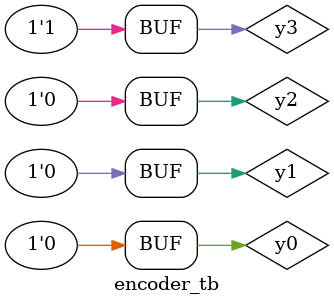
<source format=v>

module encoder_tb();
reg y0,y1,y2,y3;
wire a0,a1;
encoder_beh dut(.a0(a0),.a1(a1),.y0(y0),.y1(y1),.y2(y2),.y3(y3));
initial begin
y0=1;
y1=0;
y2=0;
y3=0;
#10
y0=0;
y1=1;
y2=0;
y3=0;
#10
y0=0;
y1=0;
y2=1;
y3=0;
#10
y0=0;
y1=0;
y2=0;
y3=1;
end
endmodule


</source>
